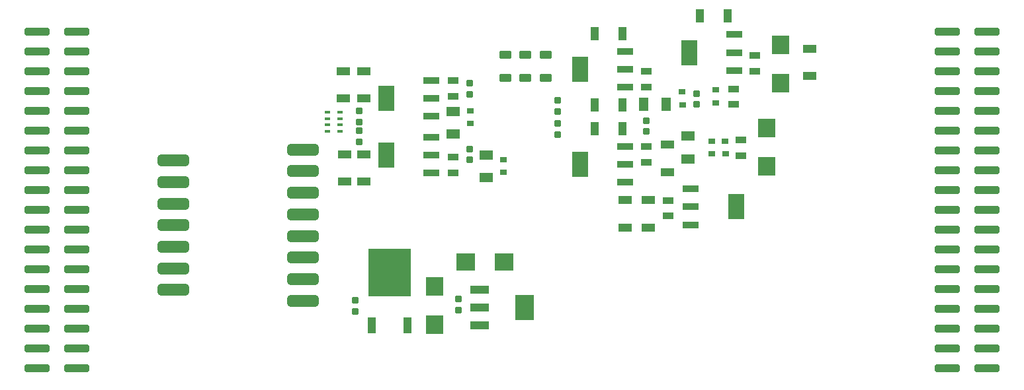
<source format=gtp>
G04*
G04 #@! TF.GenerationSoftware,Altium Limited,Altium Designer,21.8.1 (53)*
G04*
G04 Layer_Color=8421504*
%FSLAX25Y25*%
%MOIN*%
G70*
G04*
G04 #@! TF.SameCoordinates,924E8805-32EE-4984-9886-3D9EEA8973F8*
G04*
G04*
G04 #@! TF.FilePolarity,Positive*
G04*
G01*
G75*
%ADD21R,0.08858X0.09252*%
%ADD22R,0.05512X0.03740*%
%ADD23R,0.06890X0.03937*%
G04:AMPARAMS|DCode=24|XSize=59.06mil|YSize=157.48mil|CornerRadius=14.76mil|HoleSize=0mil|Usage=FLASHONLY|Rotation=270.000|XOffset=0mil|YOffset=0mil|HoleType=Round|Shape=RoundedRectangle|*
%AMROUNDEDRECTD24*
21,1,0.05906,0.12795,0,0,270.0*
21,1,0.02953,0.15748,0,0,270.0*
1,1,0.02953,-0.06398,-0.01476*
1,1,0.02953,-0.06398,0.01476*
1,1,0.02953,0.06398,0.01476*
1,1,0.02953,0.06398,-0.01476*
%
%ADD24ROUNDEDRECTD24*%
G04:AMPARAMS|DCode=25|XSize=40.16mil|YSize=125.98mil|CornerRadius=10.04mil|HoleSize=0mil|Usage=FLASHONLY|Rotation=270.000|XOffset=0mil|YOffset=0mil|HoleType=Round|Shape=RoundedRectangle|*
%AMROUNDEDRECTD25*
21,1,0.04016,0.10591,0,0,270.0*
21,1,0.02008,0.12598,0,0,270.0*
1,1,0.02008,-0.05295,-0.01004*
1,1,0.02008,-0.05295,0.01004*
1,1,0.02008,0.05295,0.01004*
1,1,0.02008,0.05295,-0.01004*
%
%ADD25ROUNDEDRECTD25*%
%ADD26R,0.03150X0.01575*%
G04:AMPARAMS|DCode=27|XSize=39.37mil|YSize=62.99mil|CornerRadius=9.84mil|HoleSize=0mil|Usage=FLASHONLY|Rotation=270.000|XOffset=0mil|YOffset=0mil|HoleType=Round|Shape=RoundedRectangle|*
%AMROUNDEDRECTD27*
21,1,0.03937,0.04331,0,0,270.0*
21,1,0.01968,0.06299,0,0,270.0*
1,1,0.01968,-0.02165,-0.00984*
1,1,0.01968,-0.02165,0.00984*
1,1,0.01968,0.02165,0.00984*
1,1,0.01968,0.02165,-0.00984*
%
%ADD27ROUNDEDRECTD27*%
G04:AMPARAMS|DCode=28|XSize=35.43mil|YSize=31.5mil|CornerRadius=7.87mil|HoleSize=0mil|Usage=FLASHONLY|Rotation=0.000|XOffset=0mil|YOffset=0mil|HoleType=Round|Shape=RoundedRectangle|*
%AMROUNDEDRECTD28*
21,1,0.03543,0.01575,0,0,0.0*
21,1,0.01968,0.03150,0,0,0.0*
1,1,0.01575,0.00984,-0.00787*
1,1,0.01575,-0.00984,-0.00787*
1,1,0.01575,-0.00984,0.00787*
1,1,0.01575,0.00984,0.00787*
%
%ADD28ROUNDEDRECTD28*%
%ADD29R,0.09252X0.08858*%
%ADD30R,0.03937X0.06890*%
%ADD31R,0.09449X0.03937*%
%ADD32R,0.09449X0.12992*%
%ADD33R,0.21260X0.24410*%
%ADD34R,0.03937X0.08268*%
%ADD35R,0.03543X0.03150*%
%ADD36R,0.07087X0.04528*%
%ADD37R,0.08465X0.03740*%
%ADD38R,0.08465X0.12795*%
%ADD39R,0.04528X0.07087*%
D21*
X-143370Y-101291D02*
D03*
Y-82000D02*
D03*
X-136315Y-39992D02*
D03*
Y-59284D02*
D03*
X-310559Y-181142D02*
D03*
Y-161850D02*
D03*
D22*
X-192756Y-126394D02*
D03*
Y-118520D02*
D03*
X-159748Y-62173D02*
D03*
Y-70047D02*
D03*
X-156220Y-87874D02*
D03*
Y-95748D02*
D03*
X-149165Y-45197D02*
D03*
Y-53071D02*
D03*
X-203852Y-99205D02*
D03*
Y-91331D02*
D03*
Y-53331D02*
D03*
Y-61205D02*
D03*
X-301102Y-96598D02*
D03*
Y-104472D02*
D03*
Y-65921D02*
D03*
Y-58047D02*
D03*
D23*
X-214425Y-118339D02*
D03*
Y-132118D02*
D03*
X-121449Y-55520D02*
D03*
Y-41740D02*
D03*
X-202835Y-118339D02*
D03*
Y-132118D02*
D03*
X-193352Y-90378D02*
D03*
Y-104157D02*
D03*
X-355780Y-108937D02*
D03*
Y-95157D02*
D03*
X-356535Y-53079D02*
D03*
Y-66858D02*
D03*
X-346059Y-66886D02*
D03*
Y-53106D02*
D03*
Y-108886D02*
D03*
Y-95106D02*
D03*
D24*
X-376842Y-169165D02*
D03*
Y-158260D02*
D03*
Y-147354D02*
D03*
Y-136449D02*
D03*
Y-125543D02*
D03*
Y-114638D02*
D03*
Y-103732D02*
D03*
Y-92827D02*
D03*
X-442276Y-98280D02*
D03*
Y-109185D02*
D03*
Y-120091D02*
D03*
Y-130996D02*
D03*
Y-141902D02*
D03*
Y-152807D02*
D03*
Y-163713D02*
D03*
D25*
X-490882Y-33161D02*
D03*
X-510882D02*
D03*
X-490882Y-43161D02*
D03*
X-510882D02*
D03*
X-490882Y-53161D02*
D03*
X-510882D02*
D03*
X-490882Y-63161D02*
D03*
X-510882D02*
D03*
X-490882Y-73161D02*
D03*
X-510882D02*
D03*
X-490882Y-83161D02*
D03*
X-510882D02*
D03*
X-490882Y-93161D02*
D03*
X-510882D02*
D03*
X-490882Y-103161D02*
D03*
X-510882D02*
D03*
X-490882Y-113161D02*
D03*
X-510882D02*
D03*
X-490882Y-123161D02*
D03*
X-510882D02*
D03*
X-490882Y-133161D02*
D03*
X-510882D02*
D03*
X-490882Y-143161D02*
D03*
X-510882D02*
D03*
X-490882Y-153161D02*
D03*
X-510882D02*
D03*
X-490882Y-163161D02*
D03*
X-510882D02*
D03*
X-490882Y-173161D02*
D03*
X-510882D02*
D03*
X-490882Y-183161D02*
D03*
X-510882D02*
D03*
X-490882Y-193161D02*
D03*
X-510882D02*
D03*
X-490882Y-203161D02*
D03*
X-510882D02*
D03*
X-52220D02*
D03*
X-32221D02*
D03*
X-52220Y-193161D02*
D03*
X-32221D02*
D03*
X-52220Y-183161D02*
D03*
X-32221D02*
D03*
X-52220Y-173161D02*
D03*
X-32221D02*
D03*
X-52220Y-163161D02*
D03*
X-32221D02*
D03*
X-52220Y-153161D02*
D03*
X-32221D02*
D03*
X-52220Y-143161D02*
D03*
X-32221D02*
D03*
X-52220Y-133161D02*
D03*
X-32221D02*
D03*
X-52220Y-123161D02*
D03*
X-32221D02*
D03*
X-52220Y-113161D02*
D03*
X-32221D02*
D03*
X-52220Y-103161D02*
D03*
X-32221D02*
D03*
X-52220Y-93161D02*
D03*
X-32221D02*
D03*
X-52220Y-83161D02*
D03*
X-32221D02*
D03*
X-52220Y-73161D02*
D03*
X-32221D02*
D03*
X-52220Y-63161D02*
D03*
X-32221D02*
D03*
X-52220Y-53161D02*
D03*
X-32221D02*
D03*
X-52220Y-43161D02*
D03*
X-32221D02*
D03*
X-52220Y-33161D02*
D03*
X-32221D02*
D03*
D26*
X-364496Y-74047D02*
D03*
Y-77197D02*
D03*
Y-80347D02*
D03*
Y-83496D02*
D03*
X-358197D02*
D03*
Y-80347D02*
D03*
Y-77197D02*
D03*
Y-74047D02*
D03*
D27*
X-254638Y-56646D02*
D03*
Y-44835D02*
D03*
X-264717Y-44835D02*
D03*
Y-56646D02*
D03*
X-274795Y-56646D02*
D03*
Y-44835D02*
D03*
D28*
X-203740Y-83732D02*
D03*
Y-78220D02*
D03*
X-178394Y-70031D02*
D03*
Y-64520D02*
D03*
X-248627Y-73579D02*
D03*
Y-68067D02*
D03*
Y-85079D02*
D03*
Y-79567D02*
D03*
X-348559Y-83240D02*
D03*
Y-88752D02*
D03*
Y-73240D02*
D03*
Y-78752D02*
D03*
X-298559Y-168240D02*
D03*
Y-173752D02*
D03*
X-350559Y-168996D02*
D03*
Y-174508D02*
D03*
X-293039Y-92488D02*
D03*
Y-98000D02*
D03*
Y-59228D02*
D03*
Y-64740D02*
D03*
D29*
X-275559Y-149496D02*
D03*
X-294850D02*
D03*
D30*
X-162962Y-25268D02*
D03*
X-176742D02*
D03*
X-229742Y-34268D02*
D03*
X-215962D02*
D03*
X-215962Y-70268D02*
D03*
X-229742D02*
D03*
X-229742Y-82268D02*
D03*
X-215962D02*
D03*
D31*
X-287976Y-163441D02*
D03*
Y-172496D02*
D03*
Y-181551D02*
D03*
D32*
X-265142Y-172496D02*
D03*
D33*
X-333059Y-154996D02*
D03*
D34*
X-324063Y-181571D02*
D03*
X-342055Y-181571D02*
D03*
D35*
X-185740Y-63717D02*
D03*
X-185701Y-70252D02*
D03*
X-168858Y-62709D02*
D03*
X-168819Y-69244D02*
D03*
X-170861Y-88461D02*
D03*
X-170821Y-94996D02*
D03*
X-164071Y-88457D02*
D03*
X-164032Y-94992D02*
D03*
X-275866Y-104347D02*
D03*
X-275905Y-97811D02*
D03*
X-292496Y-79654D02*
D03*
X-292535Y-73118D02*
D03*
D36*
X-182852Y-97476D02*
D03*
Y-86059D02*
D03*
X-284472Y-95583D02*
D03*
Y-107000D02*
D03*
X-301102Y-73409D02*
D03*
Y-84827D02*
D03*
D37*
X-181496Y-112646D02*
D03*
Y-121701D02*
D03*
Y-130756D02*
D03*
X-159434Y-52823D02*
D03*
Y-43768D02*
D03*
Y-34713D02*
D03*
X-312142Y-76051D02*
D03*
Y-66996D02*
D03*
Y-57941D02*
D03*
Y-104551D02*
D03*
Y-95496D02*
D03*
Y-86441D02*
D03*
X-214434Y-109323D02*
D03*
Y-100268D02*
D03*
Y-91213D02*
D03*
Y-61323D02*
D03*
Y-52268D02*
D03*
Y-43213D02*
D03*
D38*
X-158661Y-121701D02*
D03*
X-182269Y-43768D02*
D03*
X-334976Y-66996D02*
D03*
Y-95496D02*
D03*
X-237269Y-100268D02*
D03*
Y-52268D02*
D03*
D39*
X-193850Y-70047D02*
D03*
X-205268D02*
D03*
M02*

</source>
